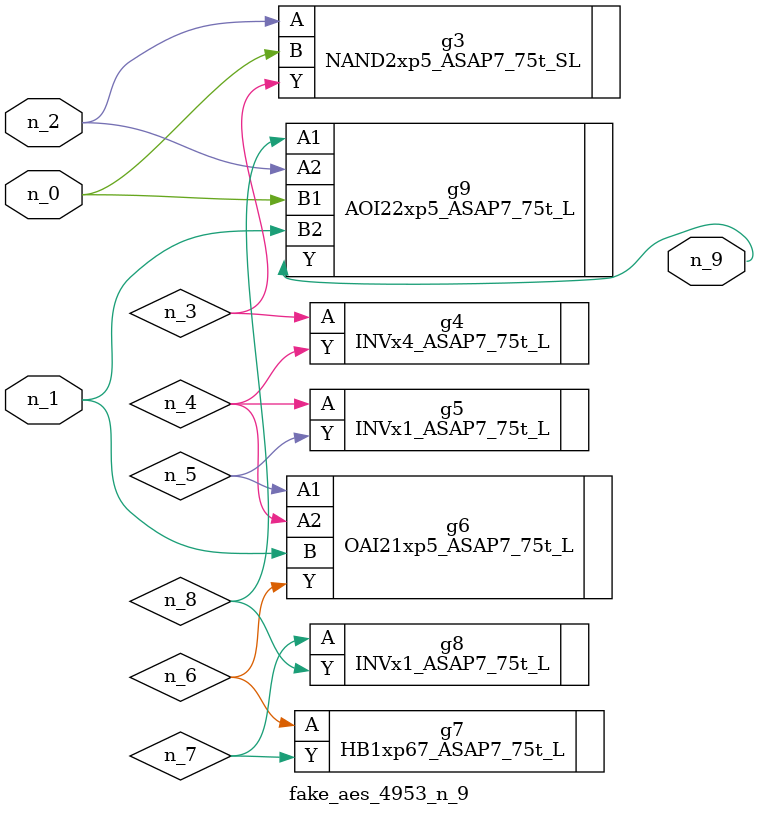
<source format=v>
module fake_aes_4953_n_9 (n_1, n_2, n_0, n_9);
input n_1;
input n_2;
input n_0;
output n_9;
wire n_6;
wire n_4;
wire n_3;
wire n_5;
wire n_7;
wire n_8;
NAND2xp5_ASAP7_75t_SL g3 ( .A(n_2), .B(n_0), .Y(n_3) );
INVx4_ASAP7_75t_L g4 ( .A(n_3), .Y(n_4) );
INVx1_ASAP7_75t_L g5 ( .A(n_4), .Y(n_5) );
OAI21xp5_ASAP7_75t_L g6 ( .A1(n_5), .A2(n_4), .B(n_1), .Y(n_6) );
HB1xp67_ASAP7_75t_L g7 ( .A(n_6), .Y(n_7) );
INVx1_ASAP7_75t_L g8 ( .A(n_7), .Y(n_8) );
AOI22xp5_ASAP7_75t_L g9 ( .A1(n_8), .A2(n_2), .B1(n_0), .B2(n_1), .Y(n_9) );
endmodule
</source>
